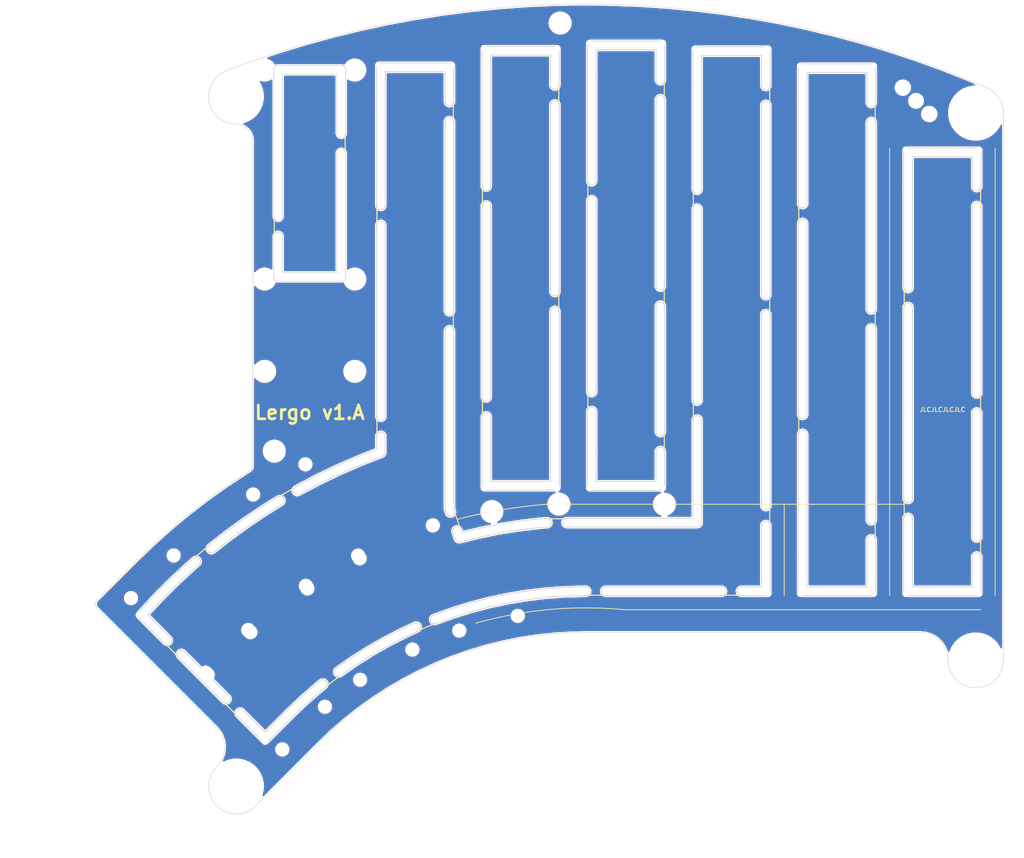
<source format=kicad_pcb>
(kicad_pcb (version 20171130) (host pcbnew 5.1.12-84ad8e8a86~92~ubuntu20.04.1)
  (title_block (title "Lergo top plate with rails, less routing") (date 2021-11-15) (rev v1.A) (company "Axel Voitier") (comment 1 "SPDX-License-Identifier: CERN-OHL-W-2.0") (comment 2 "Less routing variant") (comment 3 "Rail based layout variant"))
  (layers (0 F.Cu signal) (31 B.Cu signal) (34 B.Paste user hide) (35 F.Paste user hide) (36 B.SilkS user hide) (37 F.SilkS user) (38 B.Mask user hide) (39 F.Mask user hide) (44 Edge.Cuts user))
  (net 0 "")
  (module "Lergo Footprints:CherryMX_Lergo_v1_TopPlate_Corner_Alu" (layer F.Cu) (at 188.1 118.12)
    (fp_text reference REF** hide)
    (fp_text value CherryMX_Kyfle_v1_TopPlate_Corner_Alu hide)
    (pad "" np_thru_hole circle (at 6.56 6.56) (size 1 1) (drill 1) (layers *.Cu))
  )
  (module "Lergo Footprints:CherryMX_Lergo_v1_TopPlate_2u_1u_Rail_End_Less_Routing_Alu" (layer F.Cu) (at 97.135413 135.364647 45)
    (fp_text reference SW2 hide)
    (fp_text value KEY_SWITCH hide)
    (fp_line (start -6.9 5.7) (end -6.9 9.2) (layer F.SilkS) (width 0.2))
    (fp_line (start -6.9 -9.3) (end -6.9 -5.8) (layer F.SilkS) (width 0.2))
    (fp_line (start -7 -5.7) (end -7 5.7) (layer Edge.Cuts) (width 0.15))
    (fp_line (start -5.4 -5.7) (end -5.4 5.7) (layer Edge.Cuts) (width 0.15))
    (fp_line (start -5.4 -15.02198) (end -5.4 -9.3) (layer Edge.Cuts) (width 0.15))
    (fp_line (start -5.4 9.3) (end -5.4 14.925) (layer Edge.Cuts) (width 0.15))
    (fp_line (start -7 9.3) (end -7 15.725) (layer Edge.Cuts) (width 0.15))
    (fp_line (start -7 -15.78087) (end -7 -9.3) (layer Edge.Cuts) (width 0.15))
    (fp_line (start -6.2 16.525) (end 0 16.525) (layer Edge.Cuts) (width 0.15))
    (fp_line (start -5.4 14.925) (end 0 14.925) (layer Edge.Cuts) (width 0.15))
    (fp_arc (start -6.2 5.7) (end -7 5.7) (angle -180) (layer Edge.Cuts) (width 0.15))
    (fp_arc (start -6.2 9.3) (end -5.4 9.3) (angle -180) (layer Edge.Cuts) (width 0.15))
    (fp_arc (start -6.2 15.725) (end -7 15.725) (angle -90) (layer Edge.Cuts) (width 0.15))
    (fp_arc (start -6.2 -15.78087) (end -6.2 -16.58087) (angle -90) (layer Edge.Cuts) (width 0.15))
    (fp_arc (start -6.2 -9.3) (end -7 -9.3) (angle -180) (layer Edge.Cuts) (width 0.15))
    (fp_arc (start -6.2 -5.7) (end -5.4 -5.7) (angle -180) (layer Edge.Cuts) (width 0.15))
    (pad "" np_thru_hole circle (at -6.56 16.085 45) (size 1 1) (drill 1) (layers *.Cu))
    (pad "" np_thru_hole circle (at -6.56 -16.085 45) (size 1 1) (drill 1) (layers *.Cu))
  )
  (module "Lergo Footprints:CherryMX_Lergo_v1_TopPlate_1u_Rail_End_Less_Routing_Alu" (layer F.Cu) (at 150 99.05 180)
    (fp_text reference SW2 hide)
    (fp_text value KEY_SWITCH hide)
    (fp_line (start -7 -6.2) (end -7 0) (layer Edge.Cuts) (width 0.15))
    (fp_line (start 7 0) (end 7 -6.2) (layer Edge.Cuts) (width 0.15))
    (fp_line (start 6.2 -7) (end -6.2 -7) (layer Edge.Cuts) (width 0.15))
    (fp_line (start 5.4 -5.4) (end -5.4 -5.4) (layer Edge.Cuts) (width 0.15))
    (fp_line (start -5.4 -5.4) (end -5.4 0) (layer Edge.Cuts) (width 0.15))
    (fp_line (start 5.4 0) (end 5.4 -5.4) (layer Edge.Cuts) (width 0.15))
    (fp_arc (start 6.2 -6.2) (end 7 -6.2) (angle -90) (layer Edge.Cuts) (width 0.15))
    (fp_arc (start -6.2 -6.2) (end -6.2 -7) (angle -90) (layer Edge.Cuts) (width 0.15))
    (pad "" np_thru_hole circle (at 6.56 -6.56 180) (size 1 1) (drill 1) (layers *.Cu))
    (pad "" np_thru_hole circle (at -6.56 -6.56 180) (size 1 1) (drill 1) (layers *.Cu))
  )
  (module "Lergo Footprints:CherryMX_Lergo_v1_TopPlate_1u_Rail_End_Less_Routing_Alu" (layer F.Cu) (at 130.95 35.86)
    (fp_text reference SW2 hide)
    (fp_text value KEY_SWITCH hide)
    (fp_line (start -7 -6.2) (end -7 0) (layer Edge.Cuts) (width 0.15))
    (fp_line (start 7 0) (end 7 -6.2) (layer Edge.Cuts) (width 0.15))
    (fp_line (start 6.2 -7) (end -6.2 -7) (layer Edge.Cuts) (width 0.15))
    (fp_line (start 5.4 -5.4) (end -5.4 -5.4) (layer Edge.Cuts) (width 0.15))
    (fp_line (start -5.4 -5.4) (end -5.4 0) (layer Edge.Cuts) (width 0.15))
    (fp_line (start 5.4 0) (end 5.4 -5.4) (layer Edge.Cuts) (width 0.15))
    (fp_arc (start 6.2 -6.2) (end 7 -6.2) (angle -90) (layer Edge.Cuts) (width 0.15))
    (fp_arc (start -6.2 -6.2) (end -6.2 -7) (angle -90) (layer Edge.Cuts) (width 0.15))
    (pad "" np_thru_hole circle (at 6.56 -6.56) (size 1 1) (drill 1) (layers *.Cu))
    (pad "" np_thru_hole circle (at -6.56 -6.56) (size 1 1) (drill 1) (layers *.Cu))
  )
  (module "Lergo Footprints:CherryMX_Lergo_v1_TopPlate_1u_Rail_End_Less_Routing_Alu" (layer F.Cu) (at 207.15 36.02)
    (fp_text reference SW2 hide)
    (fp_text value KEY_SWITCH hide)
    (fp_line (start -7 -6.2) (end -7 0) (layer Edge.Cuts) (width 0.15))
    (fp_line (start 7 0) (end 7 -6.2) (layer Edge.Cuts) (width 0.15))
    (fp_line (start 6.2 -7) (end -6.2 -7) (layer Edge.Cuts) (width 0.15))
    (fp_line (start 5.4 -5.4) (end -5.4 -5.4) (layer Edge.Cuts) (width 0.15))
    (fp_line (start -5.4 -5.4) (end -5.4 0) (layer Edge.Cuts) (width 0.15))
    (fp_line (start 5.4 0) (end 5.4 -5.4) (layer Edge.Cuts) (width 0.15))
    (fp_arc (start 6.2 -6.2) (end 7 -6.2) (angle -90) (layer Edge.Cuts) (width 0.15))
    (fp_arc (start -6.2 -6.2) (end -6.2 -7) (angle -90) (layer Edge.Cuts) (width 0.15))
    (pad "" np_thru_hole circle (at 6.56 -6.56) (size 1 1) (drill 1) (layers *.Cu))
    (pad "" np_thru_hole circle (at -6.56 -6.56) (size 1 1) (drill 1) (layers *.Cu))
  )
  (module "Lergo Footprints:CherryMX_Lergo_v1_TopPlate_1u_Rail_End_Less_Routing_Alu" (layer F.Cu) (at 188.1 32.94)
    (fp_text reference SW2 hide)
    (fp_text value KEY_SWITCH hide)
    (fp_line (start -7 -6.2) (end -7 0) (layer Edge.Cuts) (width 0.15))
    (fp_line (start 7 0) (end 7 -6.2) (layer Edge.Cuts) (width 0.15))
    (fp_line (start 6.2 -7) (end -6.2 -7) (layer Edge.Cuts) (width 0.15))
    (fp_line (start 5.4 -5.4) (end -5.4 -5.4) (layer Edge.Cuts) (width 0.15))
    (fp_line (start -5.4 -5.4) (end -5.4 0) (layer Edge.Cuts) (width 0.15))
    (fp_line (start 5.4 0) (end 5.4 -5.4) (layer Edge.Cuts) (width 0.15))
    (fp_arc (start 6.2 -6.2) (end 7 -6.2) (angle -90) (layer Edge.Cuts) (width 0.15))
    (fp_arc (start -6.2 -6.2) (end -6.2 -7) (angle -90) (layer Edge.Cuts) (width 0.15))
    (pad "" np_thru_hole circle (at 6.56 -6.56) (size 1 1) (drill 1) (layers *.Cu))
    (pad "" np_thru_hole circle (at -6.56 -6.56) (size 1 1) (drill 1) (layers *.Cu))
  )
  (module "Lergo Footprints:CherryMX_Lergo_v1_TopPlate_1u_Rail_End_Less_Routing_Alu" (layer F.Cu) (at 169.05 31.9)
    (fp_text reference SW2 hide)
    (fp_text value KEY_SWITCH hide)
    (fp_line (start -7 -6.2) (end -7 0) (layer Edge.Cuts) (width 0.15))
    (fp_line (start 7 0) (end 7 -6.2) (layer Edge.Cuts) (width 0.15))
    (fp_line (start 6.2 -7) (end -6.2 -7) (layer Edge.Cuts) (width 0.15))
    (fp_line (start 5.4 -5.4) (end -5.4 -5.4) (layer Edge.Cuts) (width 0.15))
    (fp_line (start -5.4 -5.4) (end -5.4 0) (layer Edge.Cuts) (width 0.15))
    (fp_line (start 5.4 0) (end 5.4 -5.4) (layer Edge.Cuts) (width 0.15))
    (fp_arc (start 6.2 -6.2) (end 7 -6.2) (angle -90) (layer Edge.Cuts) (width 0.15))
    (fp_arc (start -6.2 -6.2) (end -6.2 -7) (angle -90) (layer Edge.Cuts) (width 0.15))
    (pad "" np_thru_hole circle (at 6.56 -6.56) (size 1 1) (drill 1) (layers *.Cu))
    (pad "" np_thru_hole circle (at -6.56 -6.56) (size 1 1) (drill 1) (layers *.Cu))
  )
  (module "Lergo Footprints:CherryMX_Lergo_v1_TopPlate_1u_Rail_End_Less_Routing_Alu" (layer F.Cu) (at 169.05 99.07 180)
    (fp_text reference SW2 hide)
    (fp_text value KEY_SWITCH hide)
    (fp_line (start -7 -6.2) (end -7 0) (layer Edge.Cuts) (width 0.15))
    (fp_line (start 7 0) (end 7 -6.2) (layer Edge.Cuts) (width 0.15))
    (fp_line (start 6.2 -7) (end -6.2 -7) (layer Edge.Cuts) (width 0.15))
    (fp_line (start 5.4 -5.4) (end -5.4 -5.4) (layer Edge.Cuts) (width 0.15))
    (fp_line (start -5.4 -5.4) (end -5.4 0) (layer Edge.Cuts) (width 0.15))
    (fp_line (start 5.4 0) (end 5.4 -5.4) (layer Edge.Cuts) (width 0.15))
    (fp_arc (start 6.2 -6.2) (end 7 -6.2) (angle -90) (layer Edge.Cuts) (width 0.15))
    (fp_arc (start -6.2 -6.2) (end -6.2 -7) (angle -90) (layer Edge.Cuts) (width 0.15))
    (pad "" np_thru_hole circle (at 6.56 -6.56 180) (size 1 1) (drill 1) (layers *.Cu))
    (pad "" np_thru_hole circle (at -6.56 -6.56 180) (size 1 1) (drill 1) (layers *.Cu))
  )
  (module "Lergo Footprints:CherryMX_Lergo_v1_TopPlate_1u_Rail_End_Less_Routing_Alu" (layer F.Cu) (at 150 32.86)
    (fp_text reference SW2 hide)
    (fp_text value KEY_SWITCH hide)
    (fp_line (start -7 -6.2) (end -7 0) (layer Edge.Cuts) (width 0.15))
    (fp_line (start 7 0) (end 7 -6.2) (layer Edge.Cuts) (width 0.15))
    (fp_line (start 6.2 -7) (end -6.2 -7) (layer Edge.Cuts) (width 0.15))
    (fp_line (start 5.4 -5.4) (end -5.4 -5.4) (layer Edge.Cuts) (width 0.15))
    (fp_line (start -5.4 -5.4) (end -5.4 0) (layer Edge.Cuts) (width 0.15))
    (fp_line (start 5.4 0) (end 5.4 -5.4) (layer Edge.Cuts) (width 0.15))
    (fp_arc (start 6.2 -6.2) (end 7 -6.2) (angle -90) (layer Edge.Cuts) (width 0.15))
    (fp_arc (start -6.2 -6.2) (end -6.2 -7) (angle -90) (layer Edge.Cuts) (width 0.15))
    (pad "" np_thru_hole circle (at 6.56 -6.56) (size 1 1) (drill 1) (layers *.Cu))
    (pad "" np_thru_hole circle (at -6.56 -6.56) (size 1 1) (drill 1) (layers *.Cu))
  )
  (module "Lergo Footprints:CherryMX_Lergo_v1_TopPlate_1u_Rail_End_Less_Routing_Alu" (layer F.Cu) (at 226.2 51.2)
    (fp_text reference SW2 hide)
    (fp_text value KEY_SWITCH hide)
    (fp_line (start -7 -6.2) (end -7 0) (layer Edge.Cuts) (width 0.15))
    (fp_line (start 7 0) (end 7 -6.2) (layer Edge.Cuts) (width 0.15))
    (fp_line (start 6.2 -7) (end -6.2 -7) (layer Edge.Cuts) (width 0.15))
    (fp_line (start 5.4 -5.4) (end -5.4 -5.4) (layer Edge.Cuts) (width 0.15))
    (fp_line (start -5.4 -5.4) (end -5.4 0) (layer Edge.Cuts) (width 0.15))
    (fp_line (start 5.4 0) (end 5.4 -5.4) (layer Edge.Cuts) (width 0.15))
    (fp_arc (start 6.2 -6.2) (end 7 -6.2) (angle -90) (layer Edge.Cuts) (width 0.15))
    (fp_arc (start -6.2 -6.2) (end -6.2 -7) (angle -90) (layer Edge.Cuts) (width 0.15))
    (pad "" np_thru_hole circle (at 6.56 -6.56) (size 1 1) (drill 1) (layers *.Cu))
    (pad "" np_thru_hole circle (at -6.56 -6.56) (size 1 1) (drill 1) (layers *.Cu))
  )
  (module "Lergo Footprints:CherryMX_Lergo_v1_TopPlate_1u_Rail_End_Less_Routing_Alu" (layer F.Cu) (at 226.2 118.12 180)
    (fp_text reference SW2 hide)
    (fp_text value KEY_SWITCH hide)
    (fp_line (start -7 -6.2) (end -7 0) (layer Edge.Cuts) (width 0.15))
    (fp_line (start 7 0) (end 7 -6.2) (layer Edge.Cuts) (width 0.15))
    (fp_line (start 6.2 -7) (end -6.2 -7) (layer Edge.Cuts) (width 0.15))
    (fp_line (start 5.4 -5.4) (end -5.4 -5.4) (layer Edge.Cuts) (width 0.15))
    (fp_line (start -5.4 -5.4) (end -5.4 0) (layer Edge.Cuts) (width 0.15))
    (fp_line (start 5.4 0) (end 5.4 -5.4) (layer Edge.Cuts) (width 0.15))
    (fp_arc (start 6.2 -6.2) (end 7 -6.2) (angle -90) (layer Edge.Cuts) (width 0.15))
    (fp_arc (start -6.2 -6.2) (end -6.2 -7) (angle -90) (layer Edge.Cuts) (width 0.15))
    (pad "" np_thru_hole circle (at 6.56 -6.56 180) (size 1 1) (drill 1) (layers *.Cu))
    (pad "" np_thru_hole circle (at -6.56 -6.56 180) (size 1 1) (drill 1) (layers *.Cu))
  )
  (module "Lergo Footprints:CherryMX_Lergo_v1_TopPlate_1u_Rail_End_Less_Routing_Alu" (layer F.Cu) (at 207.15 118.12 180)
    (fp_text reference SW2 hide)
    (fp_text value KEY_SWITCH hide)
    (fp_line (start -7 -6.2) (end -7 0) (layer Edge.Cuts) (width 0.15))
    (fp_line (start 7 0) (end 7 -6.2) (layer Edge.Cuts) (width 0.15))
    (fp_line (start 6.2 -7) (end -6.2 -7) (layer Edge.Cuts) (width 0.15))
    (fp_line (start 5.4 -5.4) (end -5.4 -5.4) (layer Edge.Cuts) (width 0.15))
    (fp_line (start -5.4 -5.4) (end -5.4 0) (layer Edge.Cuts) (width 0.15))
    (fp_line (start 5.4 0) (end 5.4 -5.4) (layer Edge.Cuts) (width 0.15))
    (fp_arc (start 6.2 -6.2) (end 7 -6.2) (angle -90) (layer Edge.Cuts) (width 0.15))
    (fp_arc (start -6.2 -6.2) (end -6.2 -7) (angle -90) (layer Edge.Cuts) (width 0.15))
    (pad "" np_thru_hole circle (at 6.56 -6.56 180) (size 1 1) (drill 1) (layers *.Cu))
    (pad "" np_thru_hole circle (at -6.56 -6.56 180) (size 1 1) (drill 1) (layers *.Cu))
  )
  (module "Lergo Footprints:CherryMX_Lergo_v1_TopPlate_2u_1u_Rail_Helper" (layer F.Cu) (at 97.135413 135.364647 45)
    (fp_text reference SW2 hide)
    (fp_text value KEY_SWITCH hide)
  )
  (module "Lergo Footprints:Arduino_ProMicro_Lergo_v1_TopPlate_Less_Routing_Alu" (layer F.Cu) (at 111.9 58.3875)
    (fp_text reference SW2 hide)
    (fp_text value "PRO MICRO" hide)
    (fp_line (start -6.4 -1.5) (end -6.4 1.5) (layer F.SilkS) (width 0.2))
    (fp_line (start 6.4 -16.76) (end 6.4 -13.26) (layer F.SilkS) (width 0.2))
    (fp_line (start 4.9 8.34) (end -4.9 8.34) (layer Edge.Cuts) (width 0.12))
    (fp_line (start -4.9 8.34) (end -4.9 1.8) (layer Edge.Cuts) (width 0.12))
    (fp_line (start 4.9 -27.46) (end 4.9 -16.8) (layer Edge.Cuts) (width 0.12))
    (fp_line (start -4.9 -27.46) (end 4.9 -27.46) (layer Edge.Cuts) (width 0.12))
    (fp_line (start -5.7 -29.06) (end 5.7 -29.06) (layer Edge.Cuts) (width 0.12))
    (fp_line (start 6.5 -13.2) (end 6.5 9.14) (layer Edge.Cuts) (width 0.12))
    (fp_line (start 5.7 9.94) (end -5.7 9.94) (layer Edge.Cuts) (width 0.12))
    (fp_line (start -6.5 9.14) (end -6.5 1.8) (layer Edge.Cuts) (width 0.12))
    (fp_line (start -4.9 -1.8) (end -4.9 -27.46) (layer Edge.Cuts) (width 0.12))
    (fp_line (start -6.5 -1.8) (end -6.5 -28.26) (layer Edge.Cuts) (width 0.12))
    (fp_line (start 6.5 -28.26) (end 6.5 -16.8) (layer Edge.Cuts) (width 0.12))
    (fp_line (start 4.9 -13.2) (end 4.9 8.34) (layer Edge.Cuts) (width 0.12))
    (fp_arc (start -5.7 1.8) (end -4.9 1.8) (angle -180) (layer Edge.Cuts) (width 0.12))
    (fp_arc (start -5.7 -1.8) (end -6.5 -1.8) (angle -180) (layer Edge.Cuts) (width 0.12))
    (fp_arc (start 5.7 -13.2) (end 6.5 -13.2) (angle -180) (layer Edge.Cuts) (width 0.12))
    (fp_arc (start 5.7 -16.8) (end 4.9 -16.8) (angle -180) (layer Edge.Cuts) (width 0.12))
    (fp_arc (start 5.7 9.14) (end 5.7 9.94) (angle -90) (layer Edge.Cuts) (width 0.12))
    (fp_arc (start -5.7 9.14) (end -6.5 9.14) (angle -90) (layer Edge.Cuts) (width 0.12))
    (fp_arc (start -5.7 -28.26) (end -5.7 -29.06) (angle -90) (layer Edge.Cuts) (width 0.12))
    (fp_arc (start 5.7 -28.26) (end 6.5 -28.26) (angle -90) (layer Edge.Cuts) (width 0.12))
    (pad "" np_thru_hole circle (at 8.14375 26.19375) (size 2 2) (drill 2) (layers *.Cu *.Mask) (clearance 1.1))
    (pad "" np_thru_hole circle (at -8.14375 -28.23) (size 2 2) (drill 2) (layers *.Cu *.Mask) (clearance 1.1))
    (pad "" np_thru_hole circle (at -8.14375 9.525) (size 2 2) (drill 2) (layers *.Cu *.Mask) (clearance 1.1))
    (pad "" np_thru_hole circle (at 8.14375 9.525) (size 2 2) (drill 2) (layers *.Cu *.Mask) (clearance 1.1))
    (pad "" np_thru_hole circle (at 8.14375 -28.23) (size 2 2) (drill 2) (layers *.Cu *.Mask) (clearance 1.1))
    (pad "" np_thru_hole circle (at -8.14375 26.19375) (size 2 2) (drill 2) (layers *.Cu *.Mask) (clearance 1.1))
  )
  (module "Lergo Footprints:Slot_Tab_1.6mm_2mm" (layer F.Cu) (at 107.940382 106.774626 30)
    (fp_text reference REF** hide)
    (fp_text value Slot_1.2mm_7.4.mm)
    (fp_line (start -1.75 -0.4) (end 1.75 -0.4) (layer F.SilkS) (width 0.2))
    (fp_arc (start 1.8 0.3) (end 1.8 -0.5) (angle -180) (layer Edge.Cuts) (width 0.15))
    (fp_arc (start -1.8 0.3) (end -1.8 1.1) (angle -180) (layer Edge.Cuts) (width 0.15))
  )
  (module "Lergo Footprints:Slot_Tab_1.6mm_2mm" (layer F.Cu) (at 92.570723 117.536577 40)
    (fp_text reference REF** hide)
    (fp_text value Slot_1.2mm_7.4.mm)
    (fp_line (start -1.75 -0.4) (end 1.75 -0.4) (layer F.SilkS) (width 0.2))
    (fp_arc (start 1.8 0.3) (end 1.8 -0.5) (angle -180) (layer Edge.Cuts) (width 0.15))
    (fp_arc (start -1.8 0.3) (end -1.8 1.1) (angle -180) (layer Edge.Cuts) (width 0.15))
  )
  (module "Lergo Footprints:Slot_Tab_1.6mm_2mm" (layer F.Cu) (at 132.924432 130.37746 202.5)
    (fp_text reference REF** hide)
    (fp_text value Slot_1.2mm_7.4.mm)
    (fp_line (start -1.75 -0.4) (end 1.75 -0.4) (layer F.SilkS) (width 0.2))
    (fp_arc (start 1.8 0.3) (end 1.8 -0.5) (angle -180) (layer Edge.Cuts) (width 0.15))
    (fp_arc (start -1.8 0.3) (end -1.8 1.1) (angle -180) (layer Edge.Cuts) (width 0.15))
  )
  (module "Lergo Footprints:Slot_Tab_1.6mm_2mm" (layer F.Cu) (at 163.560001 124.620001 180)
    (fp_text reference REF** hide)
    (fp_text value Slot_1.2mm_7.4.mm)
    (fp_line (start -1.75 -0.4) (end 1.75 -0.4) (layer F.SilkS) (width 0.2))
    (fp_arc (start 1.8 0.3) (end 1.8 -0.5) (angle -180) (layer Edge.Cuts) (width 0.15))
    (fp_arc (start -1.8 0.3) (end -1.8 1.1) (angle -180) (layer Edge.Cuts) (width 0.15))
  )
  (module "Lergo Footprints:Slot_Tab_1.6mm_2mm" (layer F.Cu) (at 115.88901 140.212866 217.5)
    (fp_text reference REF** hide)
    (fp_text value Slot_1.2mm_7.4.mm)
    (fp_line (start -1.75 -0.4) (end 1.75 -0.4) (layer F.SilkS) (width 0.2))
    (fp_arc (start 1.8 0.3) (end 1.8 -0.5) (angle -180) (layer Edge.Cuts) (width 0.15))
    (fp_arc (start -1.8 0.3) (end -1.8 1.1) (angle -180) (layer Edge.Cuts) (width 0.15))
  )
  (module "Lergo Footprints:Slot_Tab_1.6mm_2mm" (layer F.Cu) (at 124.45 94.51 90)
    (fp_text reference REF** hide)
    (fp_text value Slot_1.2mm_7.4.mm)
    (fp_line (start -1.75 -0.4) (end 1.75 -0.4) (layer F.SilkS) (width 0.2))
    (fp_arc (start 1.8 0.3) (end 1.8 -0.5) (angle -180) (layer Edge.Cuts) (width 0.15))
    (fp_arc (start -1.8 0.3) (end -1.8 1.1) (angle -180) (layer Edge.Cuts) (width 0.15))
  )
  (module "Lergo Footprints:Slot_Tab_1.6mm_2mm" (layer F.Cu) (at 138.2 111.61 289)
    (fp_text reference REF** hide)
    (fp_text value Slot_1.2mm_7.4.mm)
    (fp_line (start -1.75 -0.4) (end 1.75 -0.4) (layer F.SilkS) (width 0.2))
    (fp_arc (start 1.8 0.3) (end 1.8 -0.5) (angle -180) (layer Edge.Cuts) (width 0.15))
    (fp_arc (start -1.8 0.3) (end -1.8 1.1) (angle -180) (layer Edge.Cuts) (width 0.15))
  )
  (module "Lergo Footprints:Slot_Tab_1.6mm_2mm" (layer F.Cu) (at 137.45 75.46 270)
    (fp_text reference REF** hide)
    (fp_text value Slot_1.2mm_7.4.mm)
    (fp_line (start -1.75 -0.4) (end 1.75 -0.4) (layer F.SilkS) (width 0.2))
    (fp_arc (start 1.8 0.3) (end 1.8 -0.5) (angle -180) (layer Edge.Cuts) (width 0.15))
    (fp_arc (start -1.8 0.3) (end -1.8 1.1) (angle -180) (layer Edge.Cuts) (width 0.15))
  )
  (module "Lergo Footprints:Slot_Tab_1.6mm_2mm" (layer F.Cu) (at 124.45 56.41 90)
    (fp_text reference REF** hide)
    (fp_text value Slot_1.2mm_7.4.mm)
    (fp_line (start -1.75 -0.4) (end 1.75 -0.4) (layer F.SilkS) (width 0.2))
    (fp_arc (start 1.8 0.3) (end 1.8 -0.5) (angle -180) (layer Edge.Cuts) (width 0.15))
    (fp_arc (start -1.8 0.3) (end -1.8 1.1) (angle -180) (layer Edge.Cuts) (width 0.15))
  )
  (module "Lergo Footprints:Slot_Tab_1.6mm_2mm" (layer F.Cu) (at 137.45 37.66 270)
    (fp_text reference REF** hide)
    (fp_text value Slot_1.2mm_7.4.mm)
    (fp_line (start -1.75 -0.4) (end 1.75 -0.4) (layer F.SilkS) (width 0.2))
    (fp_arc (start 1.8 0.3) (end 1.8 -0.5) (angle -180) (layer Edge.Cuts) (width 0.15))
    (fp_arc (start -1.8 0.3) (end -1.8 1.1) (angle -180) (layer Edge.Cuts) (width 0.15))
  )
  (module "Lergo Footprints:Slot_Tab_1.6mm_2mm" (layer F.Cu) (at 156.56 111.62)
    (fp_text reference REF** hide)
    (fp_text value Slot_1.2mm_7.4.mm)
    (fp_line (start -1.75 -0.4) (end 1.75 -0.4) (layer F.SilkS) (width 0.2))
    (fp_arc (start 1.8 0.3) (end 1.8 -0.5) (angle -180) (layer Edge.Cuts) (width 0.15))
    (fp_arc (start -1.8 0.3) (end -1.8 1.1) (angle -180) (layer Edge.Cuts) (width 0.15))
  )
  (module "Lergo Footprints:Slot_Tab_1.6mm_2mm" (layer F.Cu) (at 188.1 124.62 180)
    (fp_text reference REF** hide)
    (fp_text value Slot_1.2mm_7.4.mm)
    (fp_line (start -1.75 -0.4) (end 1.75 -0.4) (layer F.SilkS) (width 0.2))
    (fp_arc (start 1.8 0.3) (end 1.8 -0.5) (angle -180) (layer Edge.Cuts) (width 0.15))
    (fp_arc (start -1.8 0.3) (end -1.8 1.1) (angle -180) (layer Edge.Cuts) (width 0.15))
  )
  (module "Lergo Footprints:Slot_Tab_1.6mm_2mm" (layer F.Cu) (at 181.6 91.59 90)
    (fp_text reference REF** hide)
    (fp_text value Slot_1.2mm_7.4.mm)
    (fp_line (start -1.75 -0.4) (end 1.75 -0.4) (layer F.SilkS) (width 0.2))
    (fp_arc (start 1.8 0.3) (end 1.8 -0.5) (angle -180) (layer Edge.Cuts) (width 0.15))
    (fp_arc (start -1.8 0.3) (end -1.8 1.1) (angle -180) (layer Edge.Cuts) (width 0.15))
  )
  (module "Lergo Footprints:Slot_Tab_1.6mm_2mm" (layer F.Cu) (at 194.6 110.64 270)
    (fp_text reference REF** hide)
    (fp_text value Slot_1.2mm_7.4.mm)
    (fp_line (start -1.75 -0.4) (end 1.75 -0.4) (layer F.SilkS) (width 0.2))
    (fp_arc (start 1.8 0.3) (end 1.8 -0.5) (angle -180) (layer Edge.Cuts) (width 0.15))
    (fp_arc (start -1.8 0.3) (end -1.8 1.1) (angle -180) (layer Edge.Cuts) (width 0.15))
  )
  (module "Lergo Footprints:Slot_Tab_1.6mm_2mm" (layer F.Cu) (at 194.6 72.54 270)
    (fp_text reference REF** hide)
    (fp_text value Slot_1.2mm_7.4.mm)
    (fp_line (start -1.75 -0.4) (end 1.75 -0.4) (layer F.SilkS) (width 0.2))
    (fp_arc (start 1.8 0.3) (end 1.8 -0.5) (angle -180) (layer Edge.Cuts) (width 0.15))
    (fp_arc (start -1.8 0.3) (end -1.8 1.1) (angle -180) (layer Edge.Cuts) (width 0.15))
  )
  (module "Lergo Footprints:Slot_Tab_1.6mm_2mm" (layer F.Cu) (at 181.6 53.49 90)
    (fp_text reference REF** hide)
    (fp_text value Slot_1.2mm_7.4.mm)
    (fp_line (start -1.75 -0.4) (end 1.75 -0.4) (layer F.SilkS) (width 0.2))
    (fp_arc (start 1.8 0.3) (end 1.8 -0.5) (angle -180) (layer Edge.Cuts) (width 0.15))
    (fp_arc (start -1.8 0.3) (end -1.8 1.1) (angle -180) (layer Edge.Cuts) (width 0.15))
  )
  (module "Lergo Footprints:Slot_Tab_1.6mm_2mm" (layer F.Cu) (at 194.6 34.74 270)
    (fp_text reference REF** hide)
    (fp_text value Slot_1.2mm_7.4.mm)
    (fp_line (start -1.75 -0.4) (end 1.75 -0.4) (layer F.SilkS) (width 0.2))
    (fp_arc (start 1.8 0.3) (end 1.8 -0.5) (angle -180) (layer Edge.Cuts) (width 0.15))
    (fp_arc (start -1.8 0.3) (end -1.8 1.1) (angle -180) (layer Edge.Cuts) (width 0.15))
  )
  (module "Lergo Footprints:Slot_Tab_1.6mm_2mm" (layer F.Cu) (at 143.5 91.01 90)
    (fp_text reference REF** hide)
    (fp_text value Slot_1.2mm_7.4.mm)
    (fp_line (start -1.75 -0.4) (end 1.75 -0.4) (layer F.SilkS) (width 0.2))
    (fp_arc (start 1.8 0.3) (end 1.8 -0.5) (angle -180) (layer Edge.Cuts) (width 0.15))
    (fp_arc (start -1.8 0.3) (end -1.8 1.1) (angle -180) (layer Edge.Cuts) (width 0.15))
  )
  (module "Lergo Footprints:Slot_Tab_1.6mm_2mm" (layer F.Cu) (at 156.5 71.96 270)
    (fp_text reference REF** hide)
    (fp_text value Slot_1.2mm_7.4.mm)
    (fp_line (start -1.75 -0.4) (end 1.75 -0.4) (layer F.SilkS) (width 0.2))
    (fp_arc (start 1.8 0.3) (end 1.8 -0.5) (angle -180) (layer Edge.Cuts) (width 0.15))
    (fp_arc (start -1.8 0.3) (end -1.8 1.1) (angle -180) (layer Edge.Cuts) (width 0.15))
  )
  (module "Lergo Footprints:Slot_Tab_1.6mm_2mm" (layer F.Cu) (at 143.5 52.91 90)
    (fp_text reference REF** hide)
    (fp_text value Slot_1.2mm_7.4.mm)
    (fp_line (start -1.75 -0.4) (end 1.75 -0.4) (layer F.SilkS) (width 0.2))
    (fp_arc (start 1.8 0.3) (end 1.8 -0.5) (angle -180) (layer Edge.Cuts) (width 0.15))
    (fp_arc (start -1.8 0.3) (end -1.8 1.1) (angle -180) (layer Edge.Cuts) (width 0.15))
  )
  (module "Lergo Footprints:Slot_Tab_1.6mm_2mm" (layer F.Cu) (at 156.5 34.66 270)
    (fp_text reference REF** hide)
    (fp_text value Slot_1.2mm_7.4.mm)
    (fp_line (start -1.75 -0.4) (end 1.75 -0.4) (layer F.SilkS) (width 0.2))
    (fp_arc (start 1.8 0.3) (end 1.8 -0.5) (angle -180) (layer Edge.Cuts) (width 0.15))
    (fp_arc (start -1.8 0.3) (end -1.8 1.1) (angle -180) (layer Edge.Cuts) (width 0.15))
  )
  (module "Lergo Footprints:Slot_Tab_1.6mm_2mm" (layer F.Cu) (at 162.55 90.05 90)
    (fp_text reference REF** hide)
    (fp_text value Slot_1.2mm_7.4.mm)
    (fp_line (start -1.75 -0.4) (end 1.75 -0.4) (layer F.SilkS) (width 0.2))
    (fp_arc (start 1.8 0.3) (end 1.8 -0.5) (angle -180) (layer Edge.Cuts) (width 0.15))
    (fp_arc (start -1.8 0.3) (end -1.8 1.1) (angle -180) (layer Edge.Cuts) (width 0.15))
  )
  (module "Lergo Footprints:Slot_Tab_1.6mm_2mm" (layer F.Cu) (at 175.55 97.27 270)
    (fp_text reference REF** hide)
    (fp_text value Slot_1.2mm_7.4.mm)
    (fp_line (start -1.75 -0.4) (end 1.75 -0.4) (layer F.SilkS) (width 0.2))
    (fp_arc (start 1.8 0.3) (end 1.8 -0.5) (angle -180) (layer Edge.Cuts) (width 0.15))
    (fp_arc (start -1.8 0.3) (end -1.8 1.1) (angle -180) (layer Edge.Cuts) (width 0.15))
  )
  (module "Lergo Footprints:Slot_Tab_1.6mm_2mm" (layer F.Cu) (at 175.55 71 270)
    (fp_text reference REF** hide)
    (fp_text value Slot_1.2mm_7.4.mm)
    (fp_line (start -1.75 -0.4) (end 1.75 -0.4) (layer F.SilkS) (width 0.2))
    (fp_arc (start 1.8 0.3) (end 1.8 -0.5) (angle -180) (layer Edge.Cuts) (width 0.15))
    (fp_arc (start -1.8 0.3) (end -1.8 1.1) (angle -180) (layer Edge.Cuts) (width 0.15))
  )
  (module "Lergo Footprints:Slot_Tab_1.6mm_2mm" (layer F.Cu) (at 162.55 51.95 90)
    (fp_text reference REF** hide)
    (fp_text value Slot_1.2mm_7.4.mm)
    (fp_line (start -1.75 -0.4) (end 1.75 -0.4) (layer F.SilkS) (width 0.2))
    (fp_arc (start 1.8 0.3) (end 1.8 -0.5) (angle -180) (layer Edge.Cuts) (width 0.15))
    (fp_arc (start -1.8 0.3) (end -1.8 1.1) (angle -180) (layer Edge.Cuts) (width 0.15))
  )
  (module "Lergo Footprints:Slot_Tab_1.6mm_2mm" (layer F.Cu) (at 175.55 33.7 270)
    (fp_text reference REF** hide)
    (fp_text value Slot_1.2mm_7.4.mm)
    (fp_line (start -1.75 -0.4) (end 1.75 -0.4) (layer F.SilkS) (width 0.2))
    (fp_arc (start 1.8 0.3) (end 1.8 -0.5) (angle -180) (layer Edge.Cuts) (width 0.15))
    (fp_arc (start -1.8 0.3) (end -1.8 1.1) (angle -180) (layer Edge.Cuts) (width 0.15))
  )
  (module "Lergo Footprints:Slot_Tab_1.6mm_2mm" (layer F.Cu) (at 200.65 94.17 90)
    (fp_text reference REF** hide)
    (fp_text value Slot_1.2mm_7.4.mm)
    (fp_line (start -1.75 -0.4) (end 1.75 -0.4) (layer F.SilkS) (width 0.2))
    (fp_arc (start 1.8 0.3) (end 1.8 -0.5) (angle -180) (layer Edge.Cuts) (width 0.15))
    (fp_arc (start -1.8 0.3) (end -1.8 1.1) (angle -180) (layer Edge.Cuts) (width 0.15))
  )
  (module "Lergo Footprints:Slot_Tab_1.6mm_2mm" (layer F.Cu) (at 200.65 56.07 90)
    (fp_text reference REF** hide)
    (fp_text value Slot_1.2mm_7.4.mm)
    (fp_line (start -1.75 -0.4) (end 1.75 -0.4) (layer F.SilkS) (width 0.2))
    (fp_arc (start 1.8 0.3) (end 1.8 -0.5) (angle -180) (layer Edge.Cuts) (width 0.15))
    (fp_arc (start -1.8 0.3) (end -1.8 1.1) (angle -180) (layer Edge.Cuts) (width 0.15))
  )
  (module "Lergo Footprints:Slot_Tab_1.6mm_2mm" (layer F.Cu) (at 213.65 113.22 270)
    (fp_text reference REF** hide)
    (fp_text value Slot_1.2mm_7.4.mm)
    (fp_line (start -1.75 -0.4) (end 1.75 -0.4) (layer F.SilkS) (width 0.2))
    (fp_arc (start 1.8 0.3) (end 1.8 -0.5) (angle -180) (layer Edge.Cuts) (width 0.15))
    (fp_arc (start -1.8 0.3) (end -1.8 1.1) (angle -180) (layer Edge.Cuts) (width 0.15))
  )
  (module "Lergo Footprints:Slot_Tab_1.6mm_2mm" (layer F.Cu) (at 213.65 75.12 270)
    (fp_text reference REF** hide)
    (fp_text value Slot_1.2mm_7.4.mm)
    (fp_line (start -1.75 -0.4) (end 1.75 -0.4) (layer F.SilkS) (width 0.2))
    (fp_arc (start 1.8 0.3) (end 1.8 -0.5) (angle -180) (layer Edge.Cuts) (width 0.15))
    (fp_arc (start -1.8 0.3) (end -1.8 1.1) (angle -180) (layer Edge.Cuts) (width 0.15))
  )
  (module "Lergo Footprints:Slot_Tab_1.6mm_2mm" (layer F.Cu) (at 232.7 116.32 270)
    (fp_text reference REF** hide)
    (fp_text value Slot_1.2mm_7.4.mm)
    (fp_line (start -1.75 -0.4) (end 1.75 -0.4) (layer F.SilkS) (width 0.2))
    (fp_arc (start 1.8 0.3) (end 1.8 -0.5) (angle -180) (layer Edge.Cuts) (width 0.15))
    (fp_arc (start -1.8 0.3) (end -1.8 1.1) (angle -180) (layer Edge.Cuts) (width 0.15))
  )
  (module "Lergo Footprints:Slot_Tab_1.6mm_2mm" (layer F.Cu) (at 219.7 109.35 90)
    (fp_text reference REF** hide)
    (fp_text value Slot_1.2mm_7.4.mm)
    (fp_line (start -1.75 -0.4) (end 1.75 -0.4) (layer F.SilkS) (width 0.2))
    (fp_arc (start 1.8 0.3) (end 1.8 -0.5) (angle -180) (layer Edge.Cuts) (width 0.15))
    (fp_arc (start -1.8 0.3) (end -1.8 1.1) (angle -180) (layer Edge.Cuts) (width 0.15))
  )
  (module "Lergo Footprints:Slot_Tab_1.6mm_2mm" (layer F.Cu) (at 219.7 71.25 90)
    (fp_text reference REF** hide)
    (fp_text value Slot_1.2mm_7.4.mm)
    (fp_line (start -1.75 -0.4) (end 1.75 -0.4) (layer F.SilkS) (width 0.2))
    (fp_arc (start 1.8 0.3) (end 1.8 -0.5) (angle -180) (layer Edge.Cuts) (width 0.15))
    (fp_arc (start -1.8 0.3) (end -1.8 1.1) (angle -180) (layer Edge.Cuts) (width 0.15))
  )
  (module "Lergo Footprints:Slot_Tab_1.6mm_2mm" (layer F.Cu) (at 232.7 90.3 270)
    (fp_text reference REF** hide)
    (fp_text value Slot_1.2mm_7.4.mm)
    (fp_line (start -1.75 -0.4) (end 1.75 -0.4) (layer F.SilkS) (width 0.2))
    (fp_arc (start 1.8 0.3) (end 1.8 -0.5) (angle -180) (layer Edge.Cuts) (width 0.15))
    (fp_arc (start -1.8 0.3) (end -1.8 1.1) (angle -180) (layer Edge.Cuts) (width 0.15))
  )
  (module "Lergo Footprints:Slot_Tab_1.6mm_2mm" (layer F.Cu) (at 232.7 53 270)
    (fp_text reference REF** hide)
    (fp_text value Slot_1.2mm_7.4.mm)
    (fp_line (start -1.75 -0.4) (end 1.75 -0.4) (layer F.SilkS) (width 0.2))
    (fp_arc (start 1.8 0.3) (end 1.8 -0.5) (angle -180) (layer Edge.Cuts) (width 0.15))
    (fp_arc (start -1.8 0.3) (end -1.8 1.1) (angle -180) (layer Edge.Cuts) (width 0.15))
  )
  (module "Lergo Footprints:Slot_Tab_1.6mm_2mm" (layer F.Cu) (at 213.65 37.82 270)
    (fp_text reference REF** hide)
    (fp_text value Slot_1.2mm_7.4.mm)
    (fp_line (start -1.75 -0.4) (end 1.75 -0.4) (layer F.SilkS) (width 0.2))
    (fp_arc (start 1.8 0.3) (end 1.8 -0.5) (angle -180) (layer Edge.Cuts) (width 0.15))
    (fp_arc (start -1.8 0.3) (end -1.8 1.1) (angle -180) (layer Edge.Cuts) (width 0.15))
  )
  (module "Lergo Footprints:Pimoroni_Trackball" (layer F.Cu) (at 141.81562 120.590179 284.1)
    (fp_text reference REF**)
    (fp_text value Pimoroni_Trackball)
    (pad "" np_thru_hole circle (at 9.8 5.45 284.1) (size 2.2 2.2) (drill 2.2) (layers *.Cu *.Mask))
    (pad "" np_thru_hole circle (at -9.8 5.45 284.1) (size 2.2 2.2) (drill 2.2) (layers *.Cu *.Mask))
    (pad "" np_thru_hole circle (at 9.8 -5.45 284.1) (size 2.2 2.2) (drill 2.2) (layers *.Cu *.Mask))
    (pad "" smd circle (at -9.800001 -5.45 284.1) (size 1 1) (layers F.Cu F.Paste F.Mask))
  )
  (module "Lergo Footprints:Pimoroni_Trackball" (layer F.Cu) (at 120.825382 129.092101 300)
    (fp_text reference REF**)
    (fp_text value Pimoroni_Trackball)
    (pad "" np_thru_hole circle (at -9.8 -5.45 300) (size 2.2 2.2) (drill 2.2) (layers *.Cu *.Mask))
    (pad "" np_thru_hole circle (at 9.8 -5.45 300) (size 2.2 2.2) (drill 2.2) (layers *.Cu *.Mask))
    (pad "" np_thru_hole circle (at -9.8 5.45 300) (size 2.2 2.2) (drill 2.2) (layers *.Cu *.Mask))
    (pad "" np_thru_hole circle (at 9.8 5.45 300) (size 2.2 2.2) (drill 2.2) (layers *.Cu *.Mask))
  )
  (module "Lergo Footprints:Pimoroni_Trackball" (layer F.Cu) (at 103.869549 142.102768 315)
    (fp_text reference REF**)
    (fp_text value Pimoroni_Trackball)
    (pad "" np_thru_hole circle (at 9.8 5.45 315) (size 2.2 2.2) (drill 2.2) (layers *.Cu *.Mask))
    (pad "" np_thru_hole circle (at -9.8 5.45 315) (size 2.2 2.2) (drill 2.2) (layers *.Cu *.Mask))
    (pad "" np_thru_hole circle (at 9.8 -5.45 315) (size 2.2 2.2) (drill 2.2) (layers *.Cu *.Mask))
    (pad "" np_thru_hole circle (at -9.8 -5.45 315) (size 2.2 2.2) (drill 2.2) (layers *.Cu *.Mask))
  )
  (module "Lergo Footprints:Pimoroni_Trackball" (layer F.Cu) (at 90.399165 128.632384 135)
    (fp_text reference REF**)
    (fp_text value Pimoroni_Trackball)
    (pad "" np_thru_hole circle (at -9.8 -5.45 135) (size 2.2 2.2) (drill 2.2) (layers *.Cu *.Mask))
    (pad "" np_thru_hole circle (at 9.8 -5.45 135) (size 2.2 2.2) (drill 2.2) (layers *.Cu *.Mask))
    (pad "" np_thru_hole circle (at -9.8 5.45 135) (size 2.2 2.2) (drill 2.2) (layers *.Cu *.Mask))
    (pad "" np_thru_hole circle (at 9.8 5.45 135) (size 2.2 2.2) (drill 2.2) (layers *.Cu *.Mask))
  )
  (module "Lergo Footprints:Pimoroni_Trackball" (layer F.Cu) (at 111.300382 112.594317 300)
    (fp_text reference REF**)
    (fp_text value Pimoroni_Trackball)
    (pad "" np_thru_hole circle (at 9.8 5.45 300) (size 2.2 2.2) (drill 2.2) (layers *.Cu *.Mask))
    (pad "" np_thru_hole circle (at -9.8 5.45 300) (size 2.2 2.2) (drill 2.2) (layers *.Cu *.Mask))
    (pad "" np_thru_hole circle (at 9.8 -5.45 300) (size 2.2 2.2) (drill 2.2) (layers *.Cu *.Mask))
    (pad "" np_thru_hole circle (at -9.8 -5.45 300) (size 2.2 2.2) (drill 2.2) (layers *.Cu *.Mask))
  )
  (module "Lergo Footprints:M5_with_washer" (layer F.Cu) (at 98.638899 34.932171)
    (fp_text reference REF** hide)
    (fp_text value MountingHole_2.2mm_M2_ISO14580)
    (pad "" np_thru_hole circle (at 0 0) (size 5.3 5.3) (drill 5.3) (layers *.Cu *.Mask) (clearance 2.35))
  )
  (module "Lergo Footprints:M5_with_washer" (layer F.Cu) (at 98.638899 159.529137)
    (fp_text reference REF** hide)
    (fp_text value MountingHole_2.2mm_M2_ISO14580)
    (pad "" np_thru_hole circle (at 0 0) (size 5.3 5.3) (drill 5.3) (layers *.Cu *.Mask) (clearance 2.35))
  )
  (module "Lergo Footprints:M5_with_washer" (layer F.Cu) (at 232.220381 136.74)
    (fp_text reference REF** hide)
    (fp_text value MountingHole_2.2mm_M2_ISO14580)
    (pad "" np_thru_hole circle (at 0 0) (size 5.3 5.3) (drill 5.3) (layers *.Cu *.Mask) (clearance 2.35))
  )
  (module "Lergo Footprints:M5_with_washer" (layer F.Cu) (at 232.220381 37.928844)
    (fp_text reference REF** hide)
    (fp_text value MountingHole_2.2mm_M2_ISO14580)
    (pad "" np_thru_hole circle (at 0 0) (size 5.3 5.3) (drill 5.3) (layers *.Cu *.Mask) (clearance 2.35))
  )
  (module "Lergo Footprints:JLCBCB_OrderNumber" (layer F.Cu) (at 226.2 91.5)
    (fp_text reference JLCJLCJLCJLC (at 0 0) (layer F.SilkS) (effects (font (size 0.8 0.8))))
    (fp_text value JLCBCB_OrderNumber)
  )
  (module "Lergo Footprints:M2_with_washer" (layer F.Cu) (at 175.97375 108.595)
    (fp_text reference REF** hide)
    (fp_text value MountingHole_2.2mm_M2_ISO14580)
    (pad "" np_thru_hole circle (at 0 0) (size 2 2) (drill 2) (layers *.Cu *.Mask) (clearance 1.1))
  )
  (module "Lergo Footprints:M2_with_washer" (layer F.Cu) (at 156.92375 108.575)
    (fp_text reference REF** hide)
    (fp_text value MountingHole_2.2mm_M2_ISO14580)
    (pad "" np_thru_hole circle (at 0 0) (size 2 2) (drill 2) (layers *.Cu *.Mask) (clearance 1.1))
  )
  (module "Lergo Footprints:M2_with_washer" (layer F.Cu) (at 144.793444 109.920811)
    (fp_text reference REF** hide)
    (fp_text value MountingHole_2.2mm_M2_ISO14580)
    (pad "" np_thru_hole circle (at 0 0) (size 2 2) (drill 2) (layers *.Cu *.Mask) (clearance 1.1))
  )
  (module "Lergo Footprints:M2_with_washer" (layer F.Cu) (at 105.5 99)
    (fp_text reference REF** hide)
    (fp_text value MountingHole_2.2mm_M2_ISO14580)
    (pad "" np_thru_hole circle (at 0 0) (size 2 2) (drill 2) (layers *.Cu *.Mask) (clearance 1.1))
  )
  (module "Lergo Footprints:M2_with_washer" (layer F.Cu) (at 157.14375 21.659375)
    (fp_text reference REF** hide)
    (fp_text value MountingHole_2.2mm_M2_ISO14580)
    (pad "" np_thru_hole circle (at 0 0) (size 2 2) (drill 2) (layers *.Cu *.Mask) (clearance 1.1))
  )
  (module "Lergo Footprints:CherryMX_Lergo_v1_TopPlate_1u_Rail_Helper" (layer F.Cu) (at 140.570866 120.913253 15)
    (fp_text reference SW2 hide)
    (fp_text value KEY_SWITCH hide)
  )
  (module "Lergo Footprints:SK6812_Bit_Bottom" (layer F.Cu) (at 221.4375 35.721875)
    (fp_text reference SW2 hide)
    (fp_text value KEY_SWITCH hide)
    (pad "" np_thru_hole circle (at 2.38125 2.38125) (size 1.2 1.2) (drill 1.2) (layers *.Cu *.Mask) (clearance 0.9))
    (pad "" np_thru_hole circle (at -2.38125 -2.38125) (size 1.2 1.2) (drill 1.2) (layers *.Cu *.Mask) (clearance 0.9))
    (pad "" np_thru_hole circle (at 0 0) (size 2.5 2.5) (drill 2.5) (layers *.Cu *.Mask))
  )
  (module "Lergo Footprints:CherryMX_Lergo_v1_TopPlate_1u_Rail_Helper" (layer F.Cu) (at 207.15 118.12 270)
    (fp_text reference SW2 hide)
    (fp_text value KEY_SWITCH hide)
  )
  (module "Lergo Footprints:CherryMX_Lergo_v1_TopPlate_1u_Rail_Helper" (layer F.Cu) (at 147.543805 119.36739 190)
    (fp_text reference SW2 hide)
    (fp_text value KEY_SWITCH hide)
  )
  (module "Lergo Footprints:CherryMX_Lergo_v1_TopPlate_1u_Rail_Helper" (layer F.Cu) (at 226.2 118.12 270)
    (fp_text reference SW2 hide)
    (fp_text value KEY_SWITCH hide)
  )
  (module "Lergo Footprints:CherryMX_Lergo_v1_TopPlate_1u_Rail_Helper" (layer F.Cu) (at 226.2 51.2 90)
    (fp_text reference SW2 hide)
    (fp_text value KEY_SWITCH hide)
  )
  (module "Lergo Footprints:CherryMX_Lergo_v1_TopPlate_2u_1u_Rail_Helper" (layer F.Cu) (at 132.003452 113.573203 19)
    (fp_text reference SW2 hide)
    (fp_text value KEY_SWITCH hide)
  )
  (module "Lergo Footprints:CherryMX_Lergo_v1_TopPlate_1u_Rail_Helper" (layer F.Cu) (at 130.95 108.59 180)
    (fp_text reference SW2 hide)
    (fp_text value KEY_SWITCH hide)
  )
  (module "Lergo Footprints:CherryMX_Lergo_v1_TopPlate_1u_Rail_Helper" (layer F.Cu) (at 161.76 118.12 180)
    (fp_text reference SW2 hide)
    (fp_text value KEY_SWITCH hide)
  )
  (module "Lergo Footprints:CherryMX_Lergo_v1_TopPlate_1u_Rail_Helper" (layer F.Cu) (at 188.1 118.12)
    (fp_text reference SW2 hide)
    (fp_text value KEY_SWITCH hide)
  )
  (gr_arc (start 137.166169 109.474381) (end 136.35 109.474381) (angle -18.8) (layer Edge.Cuts) (width 0.15))
  (gr_arc (start 124.75 99.219687) (end 125.025806 99.97064) (angle -69.8) (layer Edge.Cuts) (width 0.15))
  (gr_arc (start 138.905714 114.64884) (end 138.149299 114.909295) (angle -90) (layer Edge.Cuts) (width 0.15))
  (gr_arc (start 181.9 111.92) (end 181.9 112.72) (angle -90) (layer Edge.Cuts) (width 0.15))
  (gr_line (start 136.393543 109.737404) (end 136.573907 110.266192) (layer Edge.Cuts) (width 0.15))
  (gr_arc (start 161.760381 199.9936) (end 125.025806 99.97064) (angle -8.86573973) (layer Edge.Cuts) (width 0.15))
  (gr_line (start 125.55 96.31) (end 125.549999 99.220148) (layer Edge.Cuts) (width 0.15))
  (gr_arc (start 161.760381 199.9936) (end 106.931536 108.627254) (angle -8.064153363) (layer Edge.Cuts) (width 0.15))
  (gr_arc (start 161.760381 199.9936) (end 91.898909 119.536244) (angle -6.935439716) (layer Edge.Cuts) (width 0.15))
  (gr_arc (start 161.760381 199.9936) (end 90.870449 118.310572) (angle -7.331192639) (layer Edge.Cuts) (width 0.15))
  (gr_arc (start 161.760381 199.9936) (end 106.131536 107.241614) (angle -8.09278957) (layer Edge.Cuts) (width 0.15))
  (gr_line (start 137.745952 113.670059) (end 138.149299 114.909295) (layer Edge.Cuts) (width 0.15))
  (gr_arc (start 161.760381 199.9936) (end 154.76 112.72) (angle -10.36903006) (layer Edge.Cuts) (width 0.15))
  (gr_arc (start 161.760381 199.9936) (end 161.760001 123.520001) (angle -21.15098141) (layer Edge.Cuts) (width 0.15))
  (gr_arc (start 161.760381 199.9936) (end 113.791337 140.435949) (angle -6.149154497) (layer Edge.Cuts) (width 0.15))
  (gr_arc (start 161.760381 199.9936) (end 130.840497 130.050022) (angle -12.3025334) (layer Edge.Cuts) (width 0.15))
  (gr_arc (start 161.760381 199.9936) (end 131.452791 131.52823) (angle -12.24489408) (layer Edge.Cuts) (width 0.15))
  (gr_line (start 165.360001 123.520001) (end 186.3 123.52) (layer Edge.Cuts) (width 0.15))
  (gr_arc (start 161.760381 199.9936) (end 114.765355 141.705313) (angle -6.120290946) (layer Edge.Cuts) (width 0.15))
  (gr_line (start 136.35 77.26) (end 136.35 109.474381) (layer Edge.Cuts) (width 0.15))
  (gr_line (start 139.258782 113.149149) (end 139.444588 113.682956) (layer Edge.Cuts) (width 0.15))
  (gr_line (start 137.95 77.26) (end 137.95 109.342358) (layer Edge.Cuts) (width 0.15))
  (gr_line (start 136.35 73.66) (end 136.35 39.46) (layer Edge.Cuts) (width 0.15))
  (gr_line (start 137.95 39.46) (end 137.95 73.66) (layer Edge.Cuts) (width 0.15))
  (gr_line (start 125.55 54.61) (end 125.55 35.86) (layer Edge.Cuts) (width 0.15))
  (gr_line (start 125.55 92.71) (end 125.55 58.21) (layer Edge.Cuts) (width 0.15))
  (gr_line (start 123.95 96.31) (end 123.95 98.666504) (layer Edge.Cuts) (width 0.15))
  (gr_line (start 123.95 58.21) (end 123.95 92.71) (layer Edge.Cuts) (width 0.15))
  (gr_line (start 123.95 35.86) (end 123.95 54.61) (layer Edge.Cuts) (width 0.15))
  (gr_line (start 182.7 93.39) (end 182.7 111.92) (layer Edge.Cuts) (width 0.15))
  (gr_line (start 158.36 112.72) (end 181.9 112.72) (layer Edge.Cuts) (width 0.15))
  (gr_line (start 193.5 112.44) (end 193.5 123.52) (layer Edge.Cuts) (width 0.15))
  (gr_line (start 189.9 123.52) (end 193.5 123.52) (layer Edge.Cuts) (width 0.15))
  (gr_line (start 189.9 125.12) (end 194.3 125.12) (layer Edge.Cuts) (width 0.15))
  (gr_line (start 182.7 51.69) (end 182.7 32.94) (layer Edge.Cuts) (width 0.15))
  (gr_line (start 182.7 89.79) (end 182.7 55.29) (layer Edge.Cuts) (width 0.15))
  (gr_line (start 181.1 93.39) (end 181.1 111.12) (layer Edge.Cuts) (width 0.15))
  (gr_line (start 181.1 55.29) (end 181.1 89.79) (layer Edge.Cuts) (width 0.15))
  (gr_line (start 181.1 32.94) (end 181.1 51.69) (layer Edge.Cuts) (width 0.15))
  (gr_line (start 193.5 70.74) (end 193.5 36.54) (layer Edge.Cuts) (width 0.15))
  (gr_line (start 193.5 108.84) (end 193.5 74.34) (layer Edge.Cuts) (width 0.15))
  (gr_line (start 195.1 112.44) (end 195.1 124.32) (layer Edge.Cuts) (width 0.15))
  (gr_line (start 195.1 74.34) (end 195.1 108.84) (layer Edge.Cuts) (width 0.15))
  (gr_line (start 195.1 36.54) (end 195.1 70.74) (layer Edge.Cuts) (width 0.15))
  (gr_line (start 157 73.76) (end 157 99.05) (layer Edge.Cuts) (width 0.15))
  (gr_line (start 157 36.46) (end 157 70.16) (layer Edge.Cuts) (width 0.15))
  (gr_line (start 155.4 70.16) (end 155.4 36.46) (layer Edge.Cuts) (width 0.15))
  (gr_line (start 155.4 99.05) (end 155.4 73.76) (layer Edge.Cuts) (width 0.15))
  (gr_line (start 144.6 92.81) (end 144.6 99.05) (layer Edge.Cuts) (width 0.15))
  (gr_line (start 144.6 54.71) (end 144.6 89.21) (layer Edge.Cuts) (width 0.15))
  (gr_line (start 144.6 32.86) (end 144.6 51.11) (layer Edge.Cuts) (width 0.15))
  (gr_line (start 143 51.11) (end 143 32.86) (layer Edge.Cuts) (width 0.15))
  (gr_line (start 143 89.21) (end 143 54.71) (layer Edge.Cuts) (width 0.15))
  (gr_line (start 143 99.05) (end 143 92.81) (layer Edge.Cuts) (width 0.15))
  (gr_line (start 174.45 69.2) (end 174.45 35.5) (layer Edge.Cuts) (width 0.15))
  (gr_line (start 174.45 95.47) (end 174.45 72.8) (layer Edge.Cuts) (width 0.15))
  (gr_line (start 176.05 72.8) (end 176.05 95.47) (layer Edge.Cuts) (width 0.15))
  (gr_line (start 176.05 35.5) (end 176.05 69.2) (layer Edge.Cuts) (width 0.15))
  (gr_line (start 163.65 31.9) (end 163.65 50.15) (layer Edge.Cuts) (width 0.15))
  (gr_line (start 162.05 50.15) (end 162.05 31.9) (layer Edge.Cuts) (width 0.15))
  (gr_line (start 163.65 53.75) (end 163.65 88.25) (layer Edge.Cuts) (width 0.15))
  (gr_line (start 162.05 88.25) (end 162.05 53.75) (layer Edge.Cuts) (width 0.15))
  (gr_line (start 163.65 91.85) (end 163.65 99.07) (layer Edge.Cuts) (width 0.15))
  (gr_line (start 162.05 99.07) (end 162.05 91.85) (layer Edge.Cuts) (width 0.15))
  (gr_line (start 212.55 76.92) (end 212.55 111.42) (layer Edge.Cuts) (width 0.15))
  (gr_line (start 212.55 39.62) (end 212.55 73.32) (layer Edge.Cuts) (width 0.15))
  (gr_line (start 214.15 73.32) (end 214.15 39.62) (layer Edge.Cuts) (width 0.15))
  (gr_line (start 214.15 111.42) (end 214.15 76.92) (layer Edge.Cuts) (width 0.15))
  (gr_line (start 214.15 118.12) (end 214.15 115.02) (layer Edge.Cuts) (width 0.15))
  (gr_line (start 212.55 118.12) (end 212.55 115.02) (layer Edge.Cuts) (width 0.15))
  (gr_line (start 201.75 95.97) (end 201.75 118.12) (layer Edge.Cuts) (width 0.15))
  (gr_line (start 201.75 57.87) (end 201.75 92.37) (layer Edge.Cuts) (width 0.15))
  (gr_line (start 201.75 36.02) (end 201.75 54.27) (layer Edge.Cuts) (width 0.15))
  (gr_line (start 200.15 54.27) (end 200.15 36.02) (layer Edge.Cuts) (width 0.15))
  (gr_line (start 200.15 92.37) (end 200.15 57.87) (layer Edge.Cuts) (width 0.15))
  (gr_line (start 200.15 118.12) (end 200.15 95.97) (layer Edge.Cuts) (width 0.15))
  (gr_line (start 231.6 114.52) (end 231.6 92.1) (layer Edge.Cuts) (width 0.15))
  (gr_line (start 233.2 88.5) (end 233.2 54.8) (layer Edge.Cuts) (width 0.15))
  (gr_line (start 233.2 114.52) (end 233.2 92.1) (layer Edge.Cuts) (width 0.15))
  (gr_line (start 219.2 111.15) (end 219.2 118.12) (layer Edge.Cuts) (width 0.15))
  (gr_line (start 219.2 73.05) (end 219.2 107.55) (layer Edge.Cuts) (width 0.15))
  (gr_line (start 219.2 51.2) (end 219.2 69.45) (layer Edge.Cuts) (width 0.15))
  (gr_line (start 220.8 69.45) (end 220.8 51.2) (layer Edge.Cuts) (width 0.15))
  (gr_line (start 220.8 107.55) (end 220.8 73.05) (layer Edge.Cuts) (width 0.15))
  (gr_line (start 220.8 118.12) (end 220.8 111.15) (layer Edge.Cuts) (width 0.15))
  (gr_line (start 231.6 54.8) (end 231.6 88.5) (layer Edge.Cuts) (width 0.15))
  (gr_line (start 197.625 125.04375) (end 197.625 108.595) (layer F.SilkS) (width 0.15))
  (gr_arc (start 161.760381 199.9936) (end 168.683749 127.645001) (angle -21.31228169) (layer F.SilkS) (width 0.15))
  (gr_arc (start 161.760381 199.9936) (end 154.83625 108.595) (angle -10.30234971) (layer F.SilkS) (width 0.15))
  (gr_line (start 154.83625 108.595) (end 219.27625 108.595) (layer F.SilkS) (width 0.15))
  (gr_line (start 233.12375 127.645) (end 168.68375 127.645) (layer F.SilkS) (width 0.15))
  (gr_line (start 216.675 44.27625) (end 216.675 125.04375) (layer F.SilkS) (width 0.15))
  (gr_line (start 235.725 125.04375) (end 235.725 44.27625) (layer F.SilkS) (width 0.15))
  (gr_line (start 137.95 109.342358) (end 138.086737 109.745282) (layer Edge.Cuts) (width 0.15))
  (gr_arc (start 161.760381 199.9936) (end 123.95 98.666504) (angle -8.583247502) (layer Edge.Cuts) (width 0.15))
  (gr_line (start 158.36 111.12) (end 181.1 111.12) (layer Edge.Cuts) (width 0.15))
  (gr_arc (start 194.3 124.32) (end 194.3 125.12) (angle -90) (layer Edge.Cuts) (width 0.15))
  (gr_arc (start 161.760381 199.9936) (end 154.760001 111.120001) (angle -9.992714853) (layer Edge.Cuts) (width 0.15))
  (gr_line (start 165.360001 125.120001) (end 186.3 125.12) (layer Edge.Cuts) (width 0.15))
  (gr_arc (start 161.760381 199.9936) (end 161.760001 125.120001) (angle -21.12215627) (layer Edge.Cuts) (width 0.15))
  (gr_arc (start 74.231955 126.636911) (end 73.524848 125.929804) (angle -90) (layer Edge.Cuts) (width 0.12))
  (gr_arc (start 91.567831 152.458069) (end 95.103365 155.993603) (angle -90) (layer Edge.Cuts) (width 0.1))
  (gr_arc (start 98.638899 159.529137) (end 95.103365 155.993603) (angle -180) (layer Edge.Cuts) (width 0.1))
  (gr_arc (start 98.641295 42.905771) (end 101.614896 42.905771) (angle -90) (layer Edge.Cuts) (width 0.1))
  (gr_arc (start 98.638899 34.932171) (end 96.852971 30.262004) (angle -159.1) (layer Edge.Cuts) (width 0.1))
  (gr_arc (start 222.220381 136.74) (end 227.220381 136.74) (angle -90) (layer Edge.Cuts) (width 0.1))
  (gr_arc (start 232.220381 136.74) (end 227.220381 136.74) (angle -180) (layer Edge.Cuts) (width 0.1))
  (gr_arc (start 100.614896 101.696643) (end 101.143092 102.545766) (angle -58.1) (layer Edge.Cuts) (width 0.1))
  (gr_line (start 101.614896 42.905771) (end 101.614896 101.696929) (layer Edge.Cuts) (width 0.1))
  (gr_text "Lergo v1.A" (at 111.9 92.025) (layer F.SilkS) (effects (font (size 2.5 2.5) (thickness 0.5))))
  (gr_arc (start 232.220381 37.928844) (end 237.220381 37.928844) (angle -66.5) (layer Edge.Cuts) (width 0.1))
  (gr_arc (start 161.760381 199.9936) (end 234.214126 33.343544) (angle -44.42521298) (layer Edge.Cuts) (width 0.1))
  (gr_arc (start 161.760381 199.9936) (end 101.143092 102.545766) (angle -13.11497318) (layer Edge.Cuts) (width 0.1))
  (gr_line (start 73.524848 125.929804) (end 80.612709 118.841943) (layer Edge.Cuts) (width 0.1))
  (gr_line (start 95.103365 148.922535) (end 73.524848 127.344018) (layer Edge.Cuts) (width 0.1))
  (gr_line (start 113.500343 151.733562) (end 102.174433 163.064671) (layer Edge.Cuts) (width 0.1))
  (gr_arc (start 161.760381 199.9936) (end 161.760381 131.7436) (angle -45) (layer Edge.Cuts) (width 0.1))
  (gr_line (start 161.760381 131.7436) (end 222.220381 131.74) (layer Edge.Cuts) (width 0.1))
  (gr_line (start 237.220381 37.928844) (end 237.220381 136.74) (layer Edge.Cuts) (width 0.1))
  (zone (net 0) (net_name "") (layer F.Cu) (connect_pads (clearance 0.2)) (min_thickness 0.254) (fill yes (arc_segments 32) (thermal_gap 0.508) (thermal_bridge_width 0.508))
    (polygon (pts (xy 55.95 132.5) (xy 95.95 172.5) (xy 135.95 142.5) (xy 240.95 142.5) (xy 240.95 17.5) (xy 90.95 17.5) (xy 90.95 97.5)))
  )
  (zone (net 0) (net_name "") (layer B.Cu) (connect_pads (clearance 0.2)) (min_thickness 0.254) (fill yes (arc_segments 32) (thermal_gap 0.508) (thermal_bridge_width 0.508))
    (polygon (pts (xy 55.95 132.5) (xy 95.95 172.5) (xy 135.95 142.5) (xy 240.95 142.5) (xy 240.95 17.5) (xy 90.95 17.5) (xy 90.95 97.5)))
  )
  (zone (net 0) (net_name "") (layers F&B.Cu) (connect_pads (clearance 0.2)) (min_thickness 0.254)
    (keepout (tracks allowed) (vias allowed) (copperpour not_allowed))
    (fill (arc_segments 32) (thermal_gap 0.508) (thermal_bridge_width 0.508))
    (polygon (pts (xy 102.393444 31.120811) (xy 98.793444 31.120811) (xy 98.793444 28.520811) (xy 102.393444 28.520811)))
  )
)
</source>
